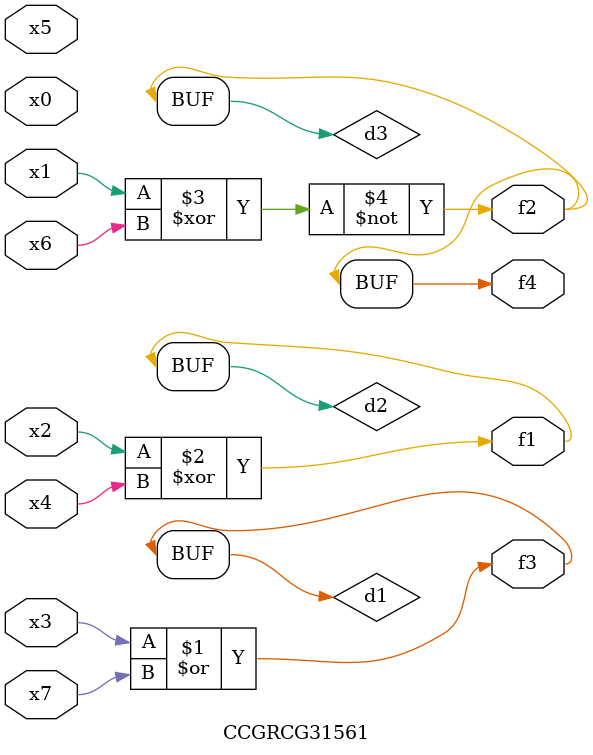
<source format=v>
module CCGRCG31561(
	input x0, x1, x2, x3, x4, x5, x6, x7,
	output f1, f2, f3, f4
);

	wire d1, d2, d3;

	or (d1, x3, x7);
	xor (d2, x2, x4);
	xnor (d3, x1, x6);
	assign f1 = d2;
	assign f2 = d3;
	assign f3 = d1;
	assign f4 = d3;
endmodule

</source>
